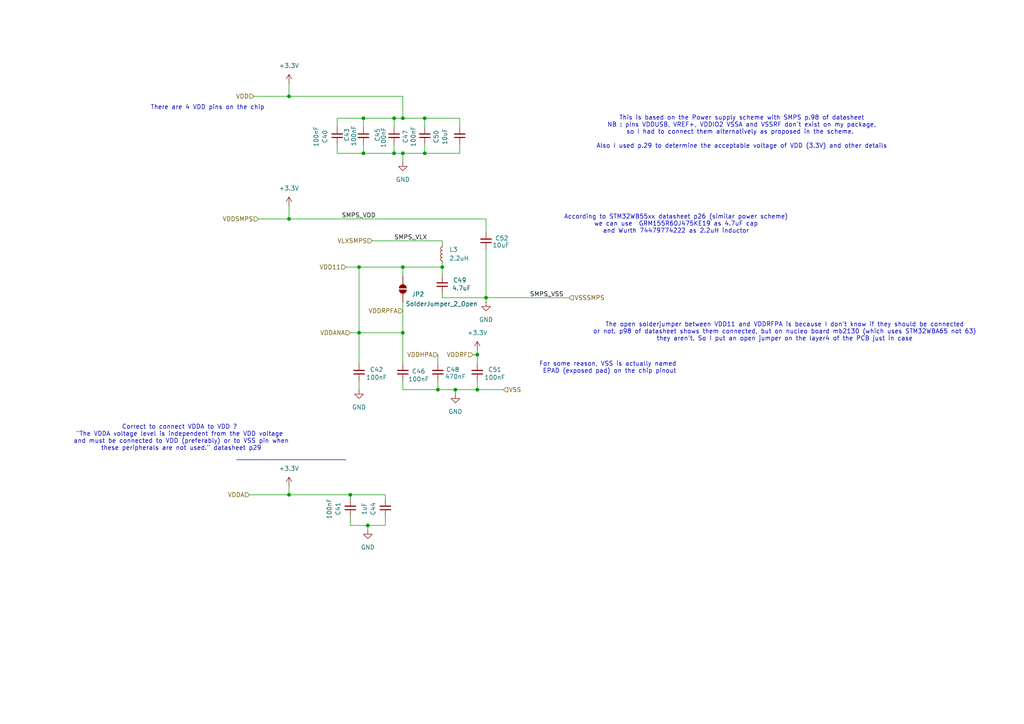
<source format=kicad_sch>
(kicad_sch (version 20250114) (generator "eeschema") (generator_version "9.0")
  (paper "A4")
  (title_block (company "N-Pulse"))
  (lib_symbols
    (symbol "Device:C_Small" (pin_numbers (hide yes)) (pin_names (offset 0.254) (hide yes))
      (property "Reference" "C" (at 0.254 1.778 0))
      (property "Value" "C_Small" (at 0.254 -2.032 0))
      (symbol "C_Small_0_1"
        (polyline (pts (xy -1.524 0.508) (xy 1.524 0.508)) (stroke (width 0.3048)))
        (polyline (pts (xy -1.524 -0.508) (xy 1.524 -0.508)) (stroke (width 0.3302)))
      )
      (symbol "C_Small_1_1"
        (pin passive line (at 0 2.54 270) (length 2.032) (name "~") (number "1"))
        (pin passive line (at 0 -2.54 90) (length 2.032) (name "~") (number "2"))
      )
    )
    (symbol "Device:L_Small" (pin_numbers (hide yes)) (pin_names (offset 0.254) (hide yes))
      (property "Reference" "L" (at 0.762 1.016 0))
      (property "Value" "L_Small" (at 0.762 -1.016 0))
      (symbol "L_Small_0_1"
        (arc (start 0 2.032) (mid 0.5058 1.524) (end 0 1.016))
        (arc (start 0 1.016) (mid 0.5058 0.508) (end 0 0))
        (arc (start 0 0) (mid 0.5058 -0.508) (end 0 -1.016))
        (arc (start 0 -1.016) (mid 0.5058 -1.524) (end 0 -2.032))
      )
      (symbol "L_Small_1_1"
        (pin passive line (at 0 2.54 270) (length 0.508) (name "~") (number "1"))
        (pin passive line (at 0 -2.54 90) (length 0.508) (name "~") (number "2"))
      )
    )
    (symbol "Jumper:SolderJumper_2_Open" (pin_numbers (hide yes)) (pin_names (offset 0) (hide yes)) (exclude_from_sim yes) (in_bom no)
      (property "Reference" "JP" (at 0 2.032 0))
      (property "Value" "SolderJumper_2_Open" (at 0 -2.54 0))
      (symbol "SolderJumper_2_Open_0_1"
        (polyline (pts (xy -0.254 1.016) (xy -0.254 -1.016)))
        (arc (start -0.254 -1.016) (mid -1.2656 0) (end -0.254 1.016))
        (arc (start -0.254 -1.016) (mid -1.2656 0) (end -0.254 1.016) (fill (type outline)))
        (arc (start 0.254 1.016) (mid 1.2656 0) (end 0.254 -1.016))
        (arc (start 0.254 1.016) (mid 1.2656 0) (end 0.254 -1.016) (fill (type outline)))
        (polyline (pts (xy 0.254 1.016) (xy 0.254 -1.016)))
      )
      (symbol "SolderJumper_2_Open_1_1"
        (pin passive line (at -3.81 0 0) (length 2.54) (name "A") (number "1"))
        (pin passive line (at 3.81 0 180) (length 2.54) (name "B") (number "2"))
      )
    )
    (symbol "power:+3.3V" (power) (pin_numbers (hide yes)) (pin_names (offset 0) (hide yes))
      (property "Value" "+3.3V" (at 0 3.556 0))
      (symbol "+3.3V_0_1"
        (polyline (pts (xy -0.762 1.27) (xy 0 2.54)))
        (polyline (pts (xy 0 2.54) (xy 0.762 1.27)))
        (polyline (pts (xy 0 0) (xy 0 2.54)))
      )
      (symbol "+3.3V_1_1"
        (pin power_in line (at 0 0 90) (length 0) (name "~") (number "1"))
      )
    )
    (symbol "power:GND" (power) (pin_numbers (hide yes)) (pin_names (offset 0) (hide yes))
      (property "Value" "GND" (at 0 -3.81 0))
      (symbol "GND_0_1"
        (polyline (pts (xy 0 0) (xy 0 -1.27) (xy 1.27 -1.27) (xy 0 -2.54) (xy -1.27 -1.27) (xy 0 -1.27)))
      )
      (symbol "GND_1_1"
        (pin power_in line (at 0 0 270) (length 0) (name "~") (number "1"))
      )
    )
  )
  (text "Correct to connect VDDA to VDD ?\n\"The VDDA voltage level is independent from the VDD voltage\n and must be connected to VDD (preferably) or to VSS pin when\n these peripherals are not used.\" datasheet p29\n" (at 52.07 127 0) (effects (font (size 1.27 1.27))))
  (text "There are 4 VDD pins on the chip" (at 60.198 31.242 0) (effects (font (size 1.27 1.27))))
  (text "The open solderjumper between VDD11 and VDDRFPA is because I don't know if they should be connected\nor not. p98 of datasheet shows them connected, but on nucleo board mb2130 (which uses STM32WBA65 not 63)\nthey aren't. So I put an open jumper on the layer4 of the PCB just in case" (at 227.584 96.266 0) (effects (font (size 1.27 1.27))))
  (text "This is based on the Power supply scheme with SMPS p.98 of datasheet\nNB : pins VDDUSB, VREF+, VDDIO2 VSSA and VSSRF don't exist on my package,\nso I had to connect them alternatively as proposed in the scheme. \n\nAlso I used p.29 to determine the acceptable voltage of VDD (3.3V) and other details\n" (at 215.138 38.354 0) (effects (font (size 1.27 1.27))))
  (text "According to STM32WB55xx datasheet p26 (similar power scheme)\nwe can use  GRM155R60J475KE19 as 4.7uF cap\nand Wurth 74479774222 as 2.2uH inductor" (at 196.088 65.024 0) (effects (font (size 1.27 1.27))))
  (text "For some reason, VSS is actually named \nEPAD (exposed pad) on the chip pinout" (at 176.784 106.68 0) (effects (font (size 1.27 1.27))))
  (text_box "" (at 68.58 133.35 0) (size 31.75 0) (margins 0.9525 0.9525 0.9525 0.9525) (effects (font (size 1.27 1.27)) (justify left top)))
  (junction (at 127 113.03))
  (junction (at 101.6 143.51))
  (junction (at 116.84 44.45))
  (junction (at 104.14 96.52))
  (junction (at 105.41 34.29))
  (junction (at 83.82 143.51))
  (junction (at 105.41 44.45))
  (junction (at 116.84 77.47))
  (junction (at 128.27 77.47))
  (junction (at 140.97 86.36))
  (junction (at 123.19 34.29))
  (junction (at 106.68 152.4))
  (junction (at 138.43 102.87))
  (junction (at 123.19 44.45))
  (junction (at 116.84 34.29))
  (junction (at 104.14 77.47))
  (junction (at 83.82 27.94))
  (junction (at 114.3 44.45))
  (junction (at 116.84 96.52))
  (junction (at 132.08 113.03))
  (junction (at 138.43 113.03))
  (junction (at 83.82 63.5))
  (junction (at 114.3 34.29))
  (wire (pts (xy 101.6 96.52) (xy 104.14 96.52)))
  (wire (pts (xy 73.66 27.94) (xy 83.82 27.94)))
  (wire (pts (xy 105.41 34.29) (xy 97.79 34.29)))
  (wire (pts (xy 127 110.49) (xy 127 113.03)))
  (wire (pts (xy 100.33 77.47) (xy 104.14 77.47)))
  (wire (pts (xy 83.82 143.51) (xy 101.6 143.51)))
  (wire (pts (xy 138.43 101.6) (xy 138.43 102.87)))
  (wire (pts (xy 107.95 69.85) (xy 128.27 69.85)))
  (wire (pts (xy 106.68 152.4) (xy 111.76 152.4)))
  (wire (pts (xy 116.84 27.94) (xy 116.84 34.29)))
  (wire (pts (xy 140.97 67.31) (xy 140.97 63.5)))
  (wire (pts (xy 104.14 96.52) (xy 104.14 105.41)))
  (wire (pts (xy 127 102.87) (xy 127 105.41)))
  (wire (pts (xy 83.82 63.5) (xy 140.97 63.5)))
  (wire (pts (xy 116.84 110.49) (xy 116.84 113.03)))
  (wire (pts (xy 101.6 143.51) (xy 101.6 144.78)))
  (wire (pts (xy 128.27 69.85) (xy 128.27 71.12)))
  (wire (pts (xy 116.84 44.45) (xy 123.19 44.45)))
  (wire (pts (xy 140.97 86.36) (xy 165.1 86.36)))
  (wire (pts (xy 111.76 149.86) (xy 111.76 152.4)))
  (wire (pts (xy 101.6 152.4) (xy 106.68 152.4)))
  (wire (pts (xy 101.6 149.86) (xy 101.6 152.4)))
  (wire (pts (xy 83.82 59.69) (xy 83.82 63.5)))
  (wire (pts (xy 83.82 27.94) (xy 116.84 27.94)))
  (wire (pts (xy 105.41 41.91) (xy 105.41 44.45)))
  (wire (pts (xy 127 113.03) (xy 132.08 113.03)))
  (wire (pts (xy 133.35 34.29) (xy 133.35 36.83)))
  (wire (pts (xy 101.6 143.51) (xy 111.76 143.51)))
  (wire (pts (xy 128.27 86.36) (xy 140.97 86.36)))
  (wire (pts (xy 140.97 72.39) (xy 140.97 86.36)))
  (wire (pts (xy 132.08 113.03) (xy 138.43 113.03)))
  (wire (pts (xy 97.79 34.29) (xy 97.79 36.83)))
  (wire (pts (xy 138.43 113.03) (xy 146.05 113.03)))
  (wire (pts (xy 123.19 34.29) (xy 133.35 34.29)))
  (wire (pts (xy 140.97 86.36) (xy 140.97 87.63)))
  (wire (pts (xy 123.19 36.83) (xy 123.19 34.29)))
  (wire (pts (xy 104.14 110.49) (xy 104.14 113.03)))
  (wire (pts (xy 127 113.03) (xy 116.84 113.03)))
  (wire (pts (xy 116.84 77.47) (xy 116.84 80.01)))
  (wire (pts (xy 116.84 96.52) (xy 116.84 105.41)))
  (wire (pts (xy 137.16 102.87) (xy 138.43 102.87)))
  (wire (pts (xy 138.43 102.87) (xy 138.43 105.41)))
  (wire (pts (xy 111.76 143.51) (xy 111.76 144.78)))
  (wire (pts (xy 97.79 44.45) (xy 97.79 41.91)))
  (wire (pts (xy 105.41 34.29) (xy 105.41 36.83)))
  (wire (pts (xy 116.84 44.45) (xy 116.84 46.99)))
  (wire (pts (xy 128.27 77.47) (xy 128.27 80.01)))
  (wire (pts (xy 116.84 77.47) (xy 128.27 77.47)))
  (wire (pts (xy 72.39 143.51) (xy 83.82 143.51)))
  (wire (pts (xy 106.68 152.4) (xy 106.68 153.67)))
  (wire (pts (xy 133.35 44.45) (xy 133.35 41.91)))
  (wire (pts (xy 128.27 86.36) (xy 128.27 85.09)))
  (wire (pts (xy 132.08 113.03) (xy 132.08 114.3)))
  (wire (pts (xy 116.84 34.29) (xy 114.3 34.29)))
  (wire (pts (xy 104.14 77.47) (xy 104.14 96.52)))
  (wire (pts (xy 114.3 34.29) (xy 114.3 36.83)))
  (wire (pts (xy 104.14 96.52) (xy 116.84 96.52)))
  (wire (pts (xy 105.41 34.29) (xy 114.3 34.29)))
  (wire (pts (xy 97.79 44.45) (xy 105.41 44.45)))
  (wire (pts (xy 104.14 77.47) (xy 116.84 77.47)))
  (wire (pts (xy 123.19 44.45) (xy 133.35 44.45)))
  (wire (pts (xy 128.27 76.2) (xy 128.27 77.47)))
  (wire (pts (xy 116.84 87.63) (xy 116.84 96.52)))
  (wire (pts (xy 116.84 44.45) (xy 114.3 44.45)))
  (wire (pts (xy 123.19 41.91) (xy 123.19 44.45)))
  (wire (pts (xy 105.41 44.45) (xy 114.3 44.45)))
  (wire (pts (xy 83.82 140.97) (xy 83.82 143.51)))
  (wire (pts (xy 114.3 41.91) (xy 114.3 44.45)))
  (wire (pts (xy 123.19 34.29) (xy 116.84 34.29)))
  (wire (pts (xy 138.43 110.49) (xy 138.43 113.03)))
  (wire (pts (xy 83.82 24.13) (xy 83.82 27.94)))
  (wire (pts (xy 74.93 63.5) (xy 83.82 63.5)))
  (label "SMPS_VDD" (at 99.06 63.5 0))
  (label "SMPS_VLX" (at 114.3 69.85 0))
  (label "SMPS_VSS" (at 153.67 86.36 0))
  (hierarchical_label "VSS" (shape input) (at 146.05 113.03 0))
  (hierarchical_label "VDDANA" (shape input) (at 101.6 96.52 180))
  (hierarchical_label "VDD" (shape input) (at 73.66 27.94 180))
  (hierarchical_label "VDDRF" (shape input) (at 137.16 102.87 180))
  (hierarchical_label "VSSSMPS" (shape input) (at 165.1 86.36 0))
  (hierarchical_label "VDDRPFA" (shape input) (at 116.84 90.17 180))
  (hierarchical_label "VDD11" (shape input) (at 100.33 77.47 180))
  (hierarchical_label "VDDHPA" (shape input) (at 127 102.87 180))
  (hierarchical_label "VDDSMPS" (shape input) (at 74.93 63.5 180))
  (hierarchical_label "VLXSMPS" (shape input) (at 107.95 69.85 180))
  (hierarchical_label "VDDA" (shape input) (at 72.39 143.51 180))
  (symbol (lib_id "Device:C_Small") (at 138.43 107.95 180) (unit 1)
    (property "Reference" "C51" (at 143.51 107.188 0))
    (property "Value" "100nF" (at 143.51 109.474 0))
    (property "Footprint" "Capacitor_SMD:C_0402_1005Metric" (effects (hide yes)))
    (property "Description" "Unpolarized capacitor, small symbol" (effects (hide yes)))
    (property "Link" "https://eu.mouser.com/ProductDetail/Samsung-Electro-Mechanics/CL05B104KP5VPNC?qs=gqBM4hNBiUXTv%252BkFO9q2pQ%3D%3D" (effects (hide yes)))
    (property "MANUFACTURER" "Samsung Electro-Mechanics" (effects (hide yes)))
    (property "Manufacturer_Part_Number" "CL05B104KP5VPNC " (effects (hide yes)))
    (property "Panier" "1" (effects (hide yes)))
  )
  (symbol (lib_id "Device:C_Small") (at 111.76 147.32 180) (unit 1)
    (property "Reference" "C44" (at 108.204 147.574 90))
    (property "Value" "1uF" (at 105.664 147.574 90))
    (property "Footprint" "Capacitor_SMD:C_0402_1005Metric" (effects (hide yes)))
    (property "Description" "Unpolarized capacitor, small symbol" (effects (hide yes)))
    (property "Link" "https://www.mouser.ch/ProductDetail/Samsung-Electro-Mechanics/CL05A105KP5NNNC?qs=X6jEic%2FHinBsUeNeR9HD7w%3D%3D" (effects (hide yes)))
    (property "MANUFACTURER" "Samsung Electro-Mechanics" (effects (hide yes)))
    (property "Manufacturer_Part_Number" "CL05A105KP5NNNC" (effects (hide yes)))
    (property "Panier" "1" (effects (hide yes)))
  )
  (symbol (lib_id "Device:L_Small") (at 128.27 73.66 180) (unit 1)
    (property "Reference" "L3" (at 130.302 72.39 0) (effects (justify right)))
    (property "Value" "2.2uH" (at 130.302 74.93 0) (effects (justify right)))
    (property "Footprint" "Inductor_SMD:L_0805_2012Metric" (effects (hide yes)))
    (property "Description" "Inductor, small symbol" (effects (hide yes)))
    (property "Link" "https://www.mouser.ch/ProductDetail/Wurth-Elektronik/74479774222?qs=%252BUQ4csG8Rsd58%2FKCVoLnRw%3D%3D" (effects (hide yes)))
    (property "Panier" "1" (effects (hide yes)))
    (property "MANUFACTURER" "Wurth Elektronik" (effects (hide yes)))
    (property "Manufacturer_Part_Number" "74479774222" (effects (hide yes)))
  )
  (symbol (lib_id "Device:C_Small") (at 123.19 39.37 180) (unit 1)
    (property "Reference" "C47" (at 117.602 39.624 90))
    (property "Value" "100nF" (at 119.888 39.624 90))
    (property "Footprint" "Capacitor_SMD:C_0402_1005Metric" (effects (hide yes)))
    (property "Description" "Unpolarized capacitor, small symbol" (effects (hide yes)))
    (property "Link" "https://eu.mouser.com/ProductDetail/Samsung-Electro-Mechanics/CL05B104KP5VPNC?qs=gqBM4hNBiUXTv%252BkFO9q2pQ%3D%3D" (effects (hide yes)))
    (property "MANUFACTURER" "Samsung Electro-Mechanics" (effects (hide yes)))
    (property "Manufacturer_Part_Number" "CL05B104KP5VPNC " (effects (hide yes)))
    (property "Panier" "1" (effects (hide yes)))
  )
  (symbol (lib_id "power:+3.3V") (at 83.82 59.69 0) (unit 1)
    (property "Reference" "#PWR054" (effects (hide yes)))
    (property "Value" "+3.3V" (at 83.82 54.61 0))
    (property "Description" "Power symbol creates a global label with name \"+3.3V\"" (effects (hide yes)))
  )
  (symbol (lib_id "Device:C_Small") (at 114.3 39.37 0) (unit 1)
    (property "Reference" "C45" (at 109.474 39.116 90))
    (property "Value" "100nF" (at 111.252 39.878 90))
    (property "Footprint" "Capacitor_SMD:C_0402_1005Metric" (effects (hide yes)))
    (property "Description" "Unpolarized capacitor, small symbol" (effects (hide yes)))
    (property "Link" "https://eu.mouser.com/ProductDetail/Samsung-Electro-Mechanics/CL05B104KP5VPNC?qs=gqBM4hNBiUXTv%252BkFO9q2pQ%3D%3D" (effects (hide yes)))
    (property "MANUFACTURER" "Samsung Electro-Mechanics" (effects (hide yes)))
    (property "Manufacturer_Part_Number" "CL05B104KP5VPNC " (effects (hide yes)))
    (property "Panier" "1" (effects (hide yes)))
  )
  (symbol (lib_id "Device:C_Small") (at 128.27 82.55 180) (unit 1)
    (property "Reference" "C49" (at 133.35 81.28 0))
    (property "Value" "4.7uF" (at 133.858 83.566 0))
    (property "Footprint" "Capacitor_SMD:C_0402_1005Metric" (effects (hide yes)))
    (property "Description" "Unpolarized capacitor, small symbol" (effects (hide yes)))
    (property "Link" "https://www.digikey.ch/en/products/detail/murata-electronics/GRM155C61E475ME15D/16821133" (effects (hide yes)))
    (property "Panier" "1" (effects (hide yes)))
    (property "MANUFACTURER" "Murata Electronics" (effects (hide yes)))
    (property "Manufacturer_Part_Number" "GRM155C61E475ME15D" (effects (hide yes)))
  )
  (symbol (lib_id "power:GND") (at 104.14 113.03 0) (unit 1)
    (property "Reference" "#PWR056" (effects (hide yes)))
    (property "Value" "GND" (at 104.14 118.11 0))
    (property "Description" "Power symbol creates a global label with name \"GND\" , ground" (effects (hide yes)))
  )
  (symbol (lib_id "Device:C_Small") (at 104.14 107.95 180) (unit 1)
    (property "Reference" "C42" (at 109.22 107.188 0))
    (property "Value" "100nF" (at 109.22 109.474 0))
    (property "Footprint" "Capacitor_SMD:C_0402_1005Metric" (effects (hide yes)))
    (property "Description" "Unpolarized capacitor, small symbol" (effects (hide yes)))
    (property "Link" "https://eu.mouser.com/ProductDetail/Samsung-Electro-Mechanics/CL05B104KP5VPNC?qs=gqBM4hNBiUXTv%252BkFO9q2pQ%3D%3D" (effects (hide yes)))
    (property "MANUFACTURER" "Samsung Electro-Mechanics" (effects (hide yes)))
    (property "Manufacturer_Part_Number" "CL05B104KP5VPNC " (effects (hide yes)))
    (property "Panier" "1" (effects (hide yes)))
  )
  (symbol (lib_id "Device:C_Small") (at 97.79 39.37 180) (unit 1)
    (property "Reference" "C40" (at 94.234 39.624 90))
    (property "Value" "100nF" (at 91.694 39.624 90))
    (property "Footprint" "Capacitor_SMD:C_0402_1005Metric" (effects (hide yes)))
    (property "Description" "Unpolarized capacitor, small symbol" (effects (hide yes)))
    (property "Link" "https://eu.mouser.com/ProductDetail/Samsung-Electro-Mechanics/CL05B104KP5VPNC?qs=gqBM4hNBiUXTv%252BkFO9q2pQ%3D%3D" (effects (hide yes)))
    (property "MANUFACTURER" "Samsung Electro-Mechanics" (effects (hide yes)))
    (property "Manufacturer_Part_Number" "CL05B104KP5VPNC " (effects (hide yes)))
    (property "Panier" "1" (effects (hide yes)))
  )
  (symbol (lib_id "power:GND") (at 140.97 87.63 0) (unit 1)
    (property "Reference" "#PWR060" (effects (hide yes)))
    (property "Value" "GND" (at 140.97 92.71 0))
    (property "Description" "Power symbol creates a global label with name \"GND\" , ground" (effects (hide yes)))
  )
  (symbol (lib_id "Device:C_Small") (at 133.35 39.37 180) (unit 1)
    (property "Reference" "C50" (at 126.492 39.624 90))
    (property "Value" "10uF" (at 129.032 39.624 90))
    (property "Footprint" "Capacitor_SMD:C_0402_1005Metric" (effects (hide yes)))
    (property "Description" "Unpolarized capacitor, small symbol" (effects (hide yes)))
    (property "Link" "https://www.mouser.ch/ProductDetail/Murata-Electronics/GRM155R61A106ME11D?qs=xZ%2FP%252Ba9zWqZMJSi57Q8OyA%3D%3D" (effects (hide yes)))
    (property "Panier" "1" (effects (hide yes)))
    (property "MANUFACTURER" "Murata Electronics" (effects (hide yes)))
    (property "Manufacturer_Part_Number" "GRM155R61A106ME11D" (effects (hide yes)))
  )
  (symbol (lib_id "Device:C_Small") (at 127 107.95 180) (unit 1)
    (property "Reference" "C48" (at 131.318 107.188 0))
    (property "Value" "470nF" (at 132.08 109.22 0))
    (property "Footprint" "Capacitor_SMD:C_0402_1005Metric" (effects (hide yes)))
    (property "Description" "Unpolarized capacitor, small symbol" (effects (hide yes)))
    (property "Link" "https://www.mouser.ch/ProductDetail/KEMET/C0402C473K8RACAUTO7411?qs=sSYV1F9c5cEF%2FA7Et64KMA%3D%3D" (effects (hide yes)))
    (property "Panier" "1" (effects (hide yes)))
    (property "MANUFACTURER" "KEMET" (effects (hide yes)))
    (property "Manufacturer_Part_Number" "C0402C473K8RACAUTO7411" (effects (hide yes)))
  )
  (symbol (lib_id "Jumper:SolderJumper_2_Open") (at 116.84 83.82 270) (unit 1) (exclude_from_sim yes) (in_bom no)
    (property "Reference" "JP2" (at 119.38 85.344 90) (effects (justify left)))
    (property "Value" "SolderJumper_2_Open" (at 117.602 88.138 90) (effects (justify left)))
    (property "Footprint" "Jumper:SolderJumper-2_P1.3mm_Open_RoundedPad1.0x1.5mm" (effects (hide yes)))
    (property "Description" "Solder Jumper, 2-pole, open" (effects (hide yes)))
  )
  (symbol (lib_id "power:+3.3V") (at 138.43 101.6 0) (mirror y) (unit 1)
    (property "Reference" "#PWR068" (effects (hide yes)))
    (property "Value" "+3.3V" (at 138.43 96.52 0))
    (property "Description" "Power symbol creates a global label with name \"+3.3V\"" (effects (hide yes)))
  )
  (symbol (lib_id "Device:C_Small") (at 101.6 147.32 180) (unit 1)
    (property "Reference" "C41" (at 98.044 147.574 90))
    (property "Value" "100nF" (at 95.504 147.574 90))
    (property "Footprint" "Capacitor_SMD:C_0402_1005Metric" (effects (hide yes)))
    (property "Description" "Unpolarized capacitor, small symbol" (effects (hide yes)))
    (property "Link" "https://eu.mouser.com/ProductDetail/Samsung-Electro-Mechanics/CL05B104KP5VPNC?qs=gqBM4hNBiUXTv%252BkFO9q2pQ%3D%3D" (effects (hide yes)))
    (property "MANUFACTURER" "Samsung Electro-Mechanics" (effects (hide yes)))
    (property "Manufacturer_Part_Number" "CL05B104KP5VPNC " (effects (hide yes)))
    (property "Panier" "1" (effects (hide yes)))
  )
  (symbol (lib_id "power:GND") (at 106.68 153.67 0) (unit 1)
    (property "Reference" "#PWR057" (effects (hide yes)))
    (property "Value" "GND" (at 106.68 158.75 0))
    (property "Description" "Power symbol creates a global label with name \"GND\" , ground" (effects (hide yes)))
  )
  (symbol (lib_id "power:+3.3V") (at 83.82 24.13 0) (unit 1)
    (property "Reference" "#PWR053" (effects (hide yes)))
    (property "Value" "+3.3V" (at 83.82 19.05 0))
    (property "Description" "Power symbol creates a global label with name \"+3.3V\"" (effects (hide yes)))
  )
  (symbol (lib_id "power:+3.3V") (at 83.82 140.97 0) (unit 1)
    (property "Reference" "#PWR055" (effects (hide yes)))
    (property "Value" "+3.3V" (at 83.82 135.89 0))
    (property "Description" "Power symbol creates a global label with name \"+3.3V\"" (effects (hide yes)))
  )
  (symbol (lib_id "power:GND") (at 116.84 46.99 0) (unit 1)
    (property "Reference" "#PWR058" (effects (hide yes)))
    (property "Value" "GND" (at 116.84 52.07 0))
    (property "Description" "Power symbol creates a global label with name \"GND\" , ground" (effects (hide yes)))
  )
  (symbol (lib_id "Device:C_Small") (at 140.97 69.85 180) (unit 1)
    (property "Reference" "C52" (at 145.542 69.088 0))
    (property "Value" "10uF" (at 145.288 71.12 0))
    (property "Footprint" "Capacitor_SMD:C_0402_1005Metric" (effects (hide yes)))
    (property "Description" "Unpolarized capacitor, small symbol" (effects (hide yes)))
    (property "Link" "https://www.mouser.ch/ProductDetail/Murata-Electronics/GRM155R61A106ME11D?qs=xZ%2FP%252Ba9zWqZMJSi57Q8OyA%3D%3D" (effects (hide yes)))
    (property "Panier" "1" (effects (hide yes)))
    (property "MANUFACTURER" "Murata Electronics" (effects (hide yes)))
    (property "Manufacturer_Part_Number" "GRM155R61A106ME11D" (effects (hide yes)))
  )
  (symbol (lib_id "Device:C_Small") (at 116.84 107.95 180) (unit 1)
    (property "Reference" "C46" (at 121.412 107.696 0))
    (property "Value" "100nF" (at 121.412 109.982 0))
    (property "Footprint" "Capacitor_SMD:C_0402_1005Metric" (effects (hide yes)))
    (property "Description" "Unpolarized capacitor, small symbol" (effects (hide yes)))
    (property "Link" "https://eu.mouser.com/ProductDetail/Samsung-Electro-Mechanics/CL05B104KP5VPNC?qs=gqBM4hNBiUXTv%252BkFO9q2pQ%3D%3D" (effects (hide yes)))
    (property "MANUFACTURER" "Samsung Electro-Mechanics" (effects (hide yes)))
    (property "Manufacturer_Part_Number" "CL05B104KP5VPNC " (effects (hide yes)))
    (property "Panier" "1" (effects (hide yes)))
  )
  (symbol (lib_id "Device:C_Small") (at 105.41 39.37 0) (unit 1)
    (property "Reference" "C43" (at 100.584 39.116 90))
    (property "Value" "100nF" (at 102.616 39.37 90))
    (property "Footprint" "Capacitor_SMD:C_0402_1005Metric" (effects (hide yes)))
    (property "Description" "Unpolarized capacitor, small symbol" (effects (hide yes)))
    (property "Link" "https://eu.mouser.com/ProductDetail/Samsung-Electro-Mechanics/CL05B104KP5VPNC?qs=gqBM4hNBiUXTv%252BkFO9q2pQ%3D%3D" (effects (hide yes)))
    (property "MANUFACTURER" "Samsung Electro-Mechanics" (effects (hide yes)))
    (property "Manufacturer_Part_Number" "CL05B104KP5VPNC " (effects (hide yes)))
    (property "Panier" "1" (effects (hide yes)))
  )
  (symbol (lib_id "power:GND") (at 132.08 114.3 0) (unit 1)
    (property "Reference" "#PWR059" (effects (hide yes)))
    (property "Value" "GND" (at 132.08 119.38 0))
    (property "Description" "Power symbol creates a global label with name \"GND\" , ground" (effects (hide yes)))
  )
)
</source>
